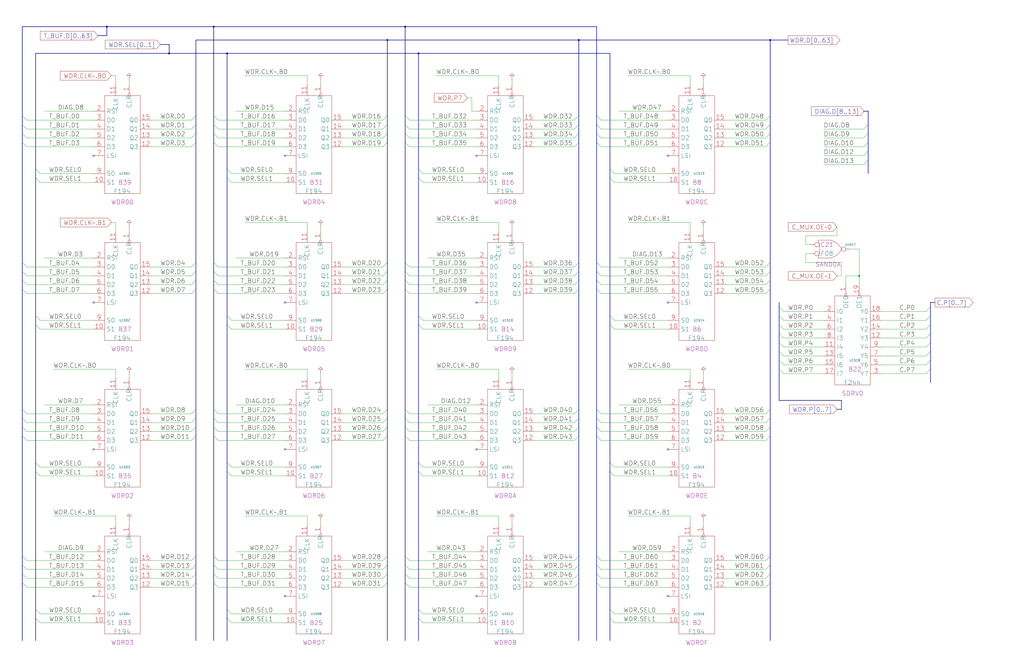
<source format=kicad_sch>
(kicad_sch (version 20250114) (generator "eeschema") (generator_version "9.0")
  (paper "User" 584.2 378.46)
  (title_block (title "WRITE DATA REGISTER\\nREGISTER ARRAY") (date "15-MAR-90") (rev "1.0") (comment 1 "TYPE") (comment 2 "232-003062") (comment 3 "S400") (comment 4 "RELEASED"))
  (junction (at 96.52 30.48))
  (junction (at 129.54 30.48))
  (junction (at 490.22 157.48))
  (junction (at 231.14 15.24))
  (junction (at 330.2 22.86))
  (junction (at 238.76 30.48))
  (junction (at 121.92 15.24))
  (junction (at 60.96 15.24))
  (junction (at 220.98 22.86))
  (junction (at 439.42 22.86))
  (no_connect (at 271.78 88.9))
  (no_connect (at 162.56 256.54))
  (no_connect (at 381 340.36))
  (no_connect (at 53.34 340.36))
  (no_connect (at 381 88.9))
  (no_connect (at 381 172.72))
  (no_connect (at 162.56 172.72))
  (no_connect (at 162.56 340.36))
  (no_connect (at 271.78 172.72))
  (no_connect (at 381 256.54))
  (no_connect (at 162.56 88.9))
  (no_connect (at 53.34 256.54))
  (no_connect (at 53.34 172.72))
  (no_connect (at 271.78 256.54))
  (no_connect (at 53.34 88.9))
  (no_connect (at 271.78 340.36))
  (bus_entry (at 12.7 248.92) (size 2.54 2.54))
  (bus_entry (at 231.14 233.68) (size 2.54 2.54))
  (bus_entry (at 340.36 81.28) (size 2.54 2.54))
  (bus_entry (at 444.5 190.5) (size 2.54 2.54))
  (bus_entry (at 121.92 327.66) (size 2.54 2.54))
  (bus_entry (at 220.98 233.68) (size -2.54 2.54))
  (bus_entry (at 220.98 66.04) (size -2.54 2.54))
  (bus_entry (at 111.76 238.76) (size -2.54 2.54))
  (bus_entry (at 330.2 154.94) (size -2.54 2.54))
  (bus_entry (at 231.14 76.2) (size 2.54 2.54))
  (bus_entry (at 495.3 76.2) (size -2.54 2.54))
  (bus_entry (at 347.98 264.16) (size 2.54 2.54))
  (bus_entry (at 340.36 238.76) (size 2.54 2.54))
  (bus_entry (at 340.36 332.74) (size 2.54 2.54))
  (bus_entry (at 231.14 149.86) (size 2.54 2.54))
  (bus_entry (at 121.92 71.12) (size 2.54 2.54))
  (bus_entry (at 330.2 160.02) (size -2.54 2.54))
  (bus_entry (at 231.14 71.12) (size 2.54 2.54))
  (bus_entry (at 530.86 195.58) (size -2.54 2.54))
  (bus_entry (at 129.54 269.24) (size 2.54 2.54))
  (bus_entry (at 439.42 233.68) (size -2.54 2.54))
  (bus_entry (at 330.2 165.1) (size -2.54 2.54))
  (bus_entry (at 121.92 243.84) (size 2.54 2.54))
  (bus_entry (at 439.42 160.02) (size -2.54 2.54))
  (bus_entry (at 238.76 185.42) (size 2.54 2.54))
  (bus_entry (at 330.2 322.58) (size -2.54 2.54))
  (bus_entry (at 444.5 200.66) (size 2.54 2.54))
  (bus_entry (at 444.5 185.42) (size 2.54 2.54))
  (bus_entry (at 439.42 248.92) (size -2.54 2.54))
  (bus_entry (at 231.14 66.04) (size 2.54 2.54))
  (bus_entry (at 111.76 165.1) (size -2.54 2.54))
  (bus_entry (at 439.42 149.86) (size -2.54 2.54))
  (bus_entry (at 495.3 91.44) (size -2.54 2.54))
  (bus_entry (at 12.7 238.76) (size 2.54 2.54))
  (bus_entry (at 330.2 71.12) (size -2.54 2.54))
  (bus_entry (at 444.5 210.82) (size 2.54 2.54))
  (bus_entry (at 495.3 81.28) (size -2.54 2.54))
  (bus_entry (at 12.7 154.94) (size 2.54 2.54))
  (bus_entry (at 111.76 160.02) (size -2.54 2.54))
  (bus_entry (at 340.36 248.92) (size 2.54 2.54))
  (bus_entry (at 121.92 332.74) (size 2.54 2.54))
  (bus_entry (at 439.42 154.94) (size -2.54 2.54))
  (bus_entry (at 231.14 243.84) (size 2.54 2.54))
  (bus_entry (at 220.98 238.76) (size -2.54 2.54))
  (bus_entry (at 340.36 76.2) (size 2.54 2.54))
  (bus_entry (at 111.76 327.66) (size -2.54 2.54))
  (bus_entry (at 111.76 243.84) (size -2.54 2.54))
  (bus_entry (at 220.98 317.5) (size -2.54 2.54))
  (bus_entry (at 330.2 248.92) (size -2.54 2.54))
  (bus_entry (at 12.7 149.86) (size 2.54 2.54))
  (bus_entry (at 12.7 243.84) (size 2.54 2.54))
  (bus_entry (at 231.14 154.94) (size 2.54 2.54))
  (bus_entry (at 231.14 248.92) (size 2.54 2.54))
  (bus_entry (at 231.14 238.76) (size 2.54 2.54))
  (bus_entry (at 220.98 149.86) (size -2.54 2.54))
  (bus_entry (at 330.2 317.5) (size -2.54 2.54))
  (bus_entry (at 20.32 347.98) (size 2.54 2.54))
  (bus_entry (at 340.36 322.58) (size 2.54 2.54))
  (bus_entry (at 340.36 327.66) (size 2.54 2.54))
  (bus_entry (at 330.2 327.66) (size -2.54 2.54))
  (bus_entry (at 220.98 248.92) (size -2.54 2.54))
  (bus_entry (at 231.14 317.5) (size 2.54 2.54))
  (bus_entry (at 20.32 185.42) (size 2.54 2.54))
  (bus_entry (at 121.92 66.04) (size 2.54 2.54))
  (bus_entry (at 111.76 71.12) (size -2.54 2.54))
  (bus_entry (at 439.42 238.76) (size -2.54 2.54))
  (bus_entry (at 330.2 149.86) (size -2.54 2.54))
  (bus_entry (at 20.32 264.16) (size 2.54 2.54))
  (bus_entry (at 20.32 96.52) (size 2.54 2.54))
  (bus_entry (at 439.42 243.84) (size -2.54 2.54))
  (bus_entry (at 121.92 160.02) (size 2.54 2.54))
  (bus_entry (at 121.92 81.28) (size 2.54 2.54))
  (bus_entry (at 111.76 66.04) (size -2.54 2.54))
  (bus_entry (at 444.5 180.34) (size 2.54 2.54))
  (bus_entry (at 20.32 180.34) (size 2.54 2.54))
  (bus_entry (at 111.76 233.68) (size -2.54 2.54))
  (bus_entry (at 340.36 71.12) (size 2.54 2.54))
  (bus_entry (at 439.42 332.74) (size -2.54 2.54))
  (bus_entry (at 530.86 210.82) (size -2.54 2.54))
  (bus_entry (at 220.98 76.2) (size -2.54 2.54))
  (bus_entry (at 111.76 81.28) (size -2.54 2.54))
  (bus_entry (at 444.5 195.58) (size 2.54 2.54))
  (bus_entry (at 439.42 71.12) (size -2.54 2.54))
  (bus_entry (at 220.98 154.94) (size -2.54 2.54))
  (bus_entry (at 439.42 76.2) (size -2.54 2.54))
  (bus_entry (at 238.76 269.24) (size 2.54 2.54))
  (bus_entry (at 12.7 233.68) (size 2.54 2.54))
  (bus_entry (at 111.76 248.92) (size -2.54 2.54))
  (bus_entry (at 121.92 317.5) (size 2.54 2.54))
  (bus_entry (at 121.92 76.2) (size 2.54 2.54))
  (bus_entry (at 330.2 332.74) (size -2.54 2.54))
  (bus_entry (at 111.76 332.74) (size -2.54 2.54))
  (bus_entry (at 129.54 264.16) (size 2.54 2.54))
  (bus_entry (at 530.86 200.66) (size -2.54 2.54))
  (bus_entry (at 444.5 175.26) (size 2.54 2.54))
  (bus_entry (at 12.7 71.12) (size 2.54 2.54))
  (bus_entry (at 330.2 66.04) (size -2.54 2.54))
  (bus_entry (at 530.86 175.26) (size -2.54 2.54))
  (bus_entry (at 220.98 243.84) (size -2.54 2.54))
  (bus_entry (at 121.92 238.76) (size 2.54 2.54))
  (bus_entry (at 111.76 154.94) (size -2.54 2.54))
  (bus_entry (at 530.86 185.42) (size -2.54 2.54))
  (bus_entry (at 231.14 327.66) (size 2.54 2.54))
  (bus_entry (at 347.98 347.98) (size 2.54 2.54))
  (bus_entry (at 238.76 347.98) (size 2.54 2.54))
  (bus_entry (at 231.14 332.74) (size 2.54 2.54))
  (bus_entry (at 129.54 353.06) (size 2.54 2.54))
  (bus_entry (at 231.14 160.02) (size 2.54 2.54))
  (bus_entry (at 220.98 327.66) (size -2.54 2.54))
  (bus_entry (at 340.36 243.84) (size 2.54 2.54))
  (bus_entry (at 238.76 96.52) (size 2.54 2.54))
  (bus_entry (at 238.76 264.16) (size 2.54 2.54))
  (bus_entry (at 439.42 317.5) (size -2.54 2.54))
  (bus_entry (at 439.42 322.58) (size -2.54 2.54))
  (bus_entry (at 238.76 101.6) (size 2.54 2.54))
  (bus_entry (at 12.7 160.02) (size 2.54 2.54))
  (bus_entry (at 129.54 101.6) (size 2.54 2.54))
  (bus_entry (at 238.76 180.34) (size 2.54 2.54))
  (bus_entry (at 129.54 185.42) (size 2.54 2.54))
  (bus_entry (at 495.3 71.12) (size -2.54 2.54))
  (bus_entry (at 12.7 66.04) (size 2.54 2.54))
  (bus_entry (at 340.36 149.86) (size 2.54 2.54))
  (bus_entry (at 220.98 165.1) (size -2.54 2.54))
  (bus_entry (at 220.98 81.28) (size -2.54 2.54))
  (bus_entry (at 121.92 149.86) (size 2.54 2.54))
  (bus_entry (at 439.42 165.1) (size -2.54 2.54))
  (bus_entry (at 220.98 322.58) (size -2.54 2.54))
  (bus_entry (at 347.98 185.42) (size 2.54 2.54))
  (bus_entry (at 340.36 165.1) (size 2.54 2.54))
  (bus_entry (at 121.92 233.68) (size 2.54 2.54))
  (bus_entry (at 231.14 165.1) (size 2.54 2.54))
  (bus_entry (at 129.54 180.34) (size 2.54 2.54))
  (bus_entry (at 347.98 353.06) (size 2.54 2.54))
  (bus_entry (at 340.36 66.04) (size 2.54 2.54))
  (bus_entry (at 439.42 66.04) (size -2.54 2.54))
  (bus_entry (at 340.36 233.68) (size 2.54 2.54))
  (bus_entry (at 330.2 238.76) (size -2.54 2.54))
  (bus_entry (at 231.14 322.58) (size 2.54 2.54))
  (bus_entry (at 347.98 101.6) (size 2.54 2.54))
  (bus_entry (at 12.7 317.5) (size 2.54 2.54))
  (bus_entry (at 20.32 269.24) (size 2.54 2.54))
  (bus_entry (at 444.5 205.74) (size 2.54 2.54))
  (bus_entry (at 129.54 347.98) (size 2.54 2.54))
  (bus_entry (at 347.98 269.24) (size 2.54 2.54))
  (bus_entry (at 121.92 248.92) (size 2.54 2.54))
  (bus_entry (at 220.98 71.12) (size -2.54 2.54))
  (bus_entry (at 12.7 165.1) (size 2.54 2.54))
  (bus_entry (at 20.32 353.06) (size 2.54 2.54))
  (bus_entry (at 121.92 165.1) (size 2.54 2.54))
  (bus_entry (at 12.7 327.66) (size 2.54 2.54))
  (bus_entry (at 12.7 322.58) (size 2.54 2.54))
  (bus_entry (at 439.42 81.28) (size -2.54 2.54))
  (bus_entry (at 330.2 243.84) (size -2.54 2.54))
  (bus_entry (at 530.86 180.34) (size -2.54 2.54))
  (bus_entry (at 347.98 180.34) (size 2.54 2.54))
  (bus_entry (at 121.92 322.58) (size 2.54 2.54))
  (bus_entry (at 111.76 317.5) (size -2.54 2.54))
  (bus_entry (at 111.76 149.86) (size -2.54 2.54))
  (bus_entry (at 111.76 322.58) (size -2.54 2.54))
  (bus_entry (at 12.7 81.28) (size 2.54 2.54))
  (bus_entry (at 340.36 317.5) (size 2.54 2.54))
  (bus_entry (at 530.86 205.74) (size -2.54 2.54))
  (bus_entry (at 220.98 332.74) (size -2.54 2.54))
  (bus_entry (at 129.54 96.52) (size 2.54 2.54))
  (bus_entry (at 530.86 190.5) (size -2.54 2.54))
  (bus_entry (at 12.7 76.2) (size 2.54 2.54))
  (bus_entry (at 330.2 233.68) (size -2.54 2.54))
  (bus_entry (at 340.36 154.94) (size 2.54 2.54))
  (bus_entry (at 12.7 332.74) (size 2.54 2.54))
  (bus_entry (at 231.14 81.28) (size 2.54 2.54))
  (bus_entry (at 111.76 76.2) (size -2.54 2.54))
  (bus_entry (at 347.98 96.52) (size 2.54 2.54))
  (bus_entry (at 330.2 76.2) (size -2.54 2.54))
  (bus_entry (at 340.36 160.02) (size 2.54 2.54))
  (bus_entry (at 121.92 154.94) (size 2.54 2.54))
  (bus_entry (at 330.2 81.28) (size -2.54 2.54))
  (bus_entry (at 238.76 353.06) (size 2.54 2.54))
  (bus_entry (at 220.98 160.02) (size -2.54 2.54))
  (bus_entry (at 439.42 327.66) (size -2.54 2.54))
  (bus_entry (at 495.3 86.36) (size -2.54 2.54))
  (bus_entry (at 20.32 101.6) (size 2.54 2.54))
  (bus (pts (xy 238.76 180.34) (xy 238.76 185.42)))
  (wire (pts (xy 25.4 147.32) (xy 53.34 147.32)))
  (wire (pts (xy 490.22 142.24) (xy 490.22 157.48)))
  (wire (pts (xy 124.46 152.4) (xy 162.56 152.4)))
  (wire (pts (xy 284.48 132.08) (xy 284.48 127)))
  (wire (pts (xy 86.36 83.82) (xy 109.22 83.82)))
  (bus (pts (xy 111.76 317.5) (xy 111.76 322.58)))
  (wire (pts (xy 447.04 213.36) (xy 469.9 213.36)))
  (wire (pts (xy 414.02 167.64) (xy 436.88 167.64)))
  (wire (pts (xy 342.9 325.12) (xy 381 325.12)))
  (bus (pts (xy 12.7 233.68) (xy 12.7 238.76)))
  (wire (pts (xy 25.4 231.14) (xy 53.34 231.14)))
  (bus (pts (xy 20.32 101.6) (xy 20.32 180.34)))
  (wire (pts (xy 134.62 63.5) (xy 162.56 63.5)))
  (wire (pts (xy 195.58 78.74) (xy 218.44 78.74)))
  (bus (pts (xy 20.32 96.52) (xy 20.32 101.6)))
  (bus (pts (xy 495.3 91.44) (xy 495.3 99.06)))
  (bus (pts (xy 495.3 71.12) (xy 495.3 76.2)))
  (bus (pts (xy 330.2 66.04) (xy 330.2 71.12)))
  (wire (pts (xy 22.86 266.7) (xy 53.34 266.7)))
  (bus (pts (xy 340.36 332.74) (xy 340.36 365.76)))
  (wire (pts (xy 195.58 251.46) (xy 218.44 251.46)))
  (bus (pts (xy 231.14 15.24) (xy 340.36 15.24)))
  (wire (pts (xy 414.02 68.58) (xy 436.88 68.58)))
  (wire (pts (xy 350.52 182.88) (xy 381 182.88)))
  (bus (pts (xy 121.92 248.92) (xy 121.92 317.5)))
  (bus (pts (xy 12.7 154.94) (xy 12.7 160.02)))
  (wire (pts (xy 241.3 99.06) (xy 271.78 99.06)))
  (wire (pts (xy 447.04 198.12) (xy 469.9 198.12)))
  (wire (pts (xy 477.52 157.48) (xy 480.06 157.48)))
  (wire (pts (xy 15.24 68.58) (xy 53.34 68.58)))
  (wire (pts (xy 342.9 330.2) (xy 381 330.2)))
  (bus (pts (xy 495.3 86.36) (xy 495.3 91.44)))
  (bus (pts (xy 111.76 160.02) (xy 111.76 165.1)))
  (bus (pts (xy 444.5 190.5) (xy 444.5 195.58)))
  (bus (pts (xy 111.76 22.86) (xy 220.98 22.86)))
  (wire (pts (xy 459.74 149.86) (xy 459.74 144.78)))
  (wire (pts (xy 86.36 330.2) (xy 109.22 330.2)))
  (wire (pts (xy 304.8 236.22) (xy 327.66 236.22)))
  (wire (pts (xy 342.9 236.22) (xy 381 236.22)))
  (bus (pts (xy 220.98 149.86) (xy 220.98 154.94)))
  (wire (pts (xy 132.08 355.6) (xy 162.56 355.6)))
  (bus (pts (xy 220.98 22.86) (xy 330.2 22.86)))
  (wire (pts (xy 233.68 320.04) (xy 271.78 320.04)))
  (wire (pts (xy 124.46 167.64) (xy 162.56 167.64)))
  (wire (pts (xy 292.1 129.54) (xy 292.1 132.08)))
  (bus (pts (xy 111.76 81.28) (xy 111.76 149.86)))
  (bus (pts (xy 231.14 238.76) (xy 231.14 243.84)))
  (bus (pts (xy 444.5 172.72) (xy 444.5 175.26)))
  (bus (pts (xy 340.36 160.02) (xy 340.36 165.1)))
  (wire (pts (xy 22.86 187.96) (xy 53.34 187.96)))
  (wire (pts (xy 15.24 246.38) (xy 53.34 246.38)))
  (wire (pts (xy 233.68 157.48) (xy 271.78 157.48)))
  (wire (pts (xy 304.8 167.64) (xy 327.66 167.64)))
  (bus (pts (xy 238.76 353.06) (xy 238.76 365.76)))
  (bus (pts (xy 330.2 154.94) (xy 330.2 160.02)))
  (wire (pts (xy 284.48 299.72) (xy 284.48 294.64)))
  (wire (pts (xy 195.58 68.58) (xy 218.44 68.58)))
  (wire (pts (xy 358.14 43.18) (xy 393.7 43.18)))
  (wire (pts (xy 447.04 193.04) (xy 469.9 193.04)))
  (wire (pts (xy 414.02 330.2) (xy 436.88 330.2)))
  (bus (pts (xy 129.54 264.16) (xy 129.54 269.24)))
  (bus (pts (xy 530.86 190.5) (xy 530.86 195.58)))
  (wire (pts (xy 124.46 83.82) (xy 162.56 83.82)))
  (bus (pts (xy 238.76 347.98) (xy 238.76 353.06)))
  (bus (pts (xy 12.7 317.5) (xy 12.7 322.58)))
  (bus (pts (xy 129.54 30.48) (xy 238.76 30.48)))
  (wire (pts (xy 124.46 251.46) (xy 162.56 251.46)))
  (wire (pts (xy 132.08 350.52) (xy 162.56 350.52)))
  (wire (pts (xy 304.8 68.58) (xy 327.66 68.58)))
  (bus (pts (xy 347.98 347.98) (xy 347.98 353.06)))
  (bus (pts (xy 121.92 332.74) (xy 121.92 365.76)))
  (wire (pts (xy 15.24 251.46) (xy 53.34 251.46)))
  (wire (pts (xy 241.3 350.52) (xy 271.78 350.52)))
  (wire (pts (xy 401.32 297.18) (xy 401.32 299.72)))
  (wire (pts (xy 502.92 213.36) (xy 528.32 213.36)))
  (wire (pts (xy 86.36 152.4) (xy 109.22 152.4)))
  (bus (pts (xy 111.76 66.04) (xy 111.76 71.12)))
  (bus (pts (xy 121.92 76.2) (xy 121.92 81.28)))
  (wire (pts (xy 63.5 43.18) (xy 66.04 43.18)))
  (bus (pts (xy 347.98 96.52) (xy 347.98 101.6)))
  (bus (pts (xy 111.76 238.76) (xy 111.76 243.84)))
  (bus (pts (xy 238.76 185.42) (xy 238.76 264.16)))
  (wire (pts (xy 124.46 325.12) (xy 162.56 325.12)))
  (wire (pts (xy 233.68 78.74) (xy 271.78 78.74)))
  (wire (pts (xy 22.86 182.88) (xy 53.34 182.88)))
  (wire (pts (xy 86.36 236.22) (xy 109.22 236.22)))
  (wire (pts (xy 25.4 63.5) (xy 53.34 63.5)))
  (wire (pts (xy 266.7 55.88) (xy 269.24 55.88)))
  (bus (pts (xy 530.86 172.72) (xy 533.4 172.72)))
  (bus (pts (xy 20.32 269.24) (xy 20.32 347.98)))
  (wire (pts (xy 175.26 48.26) (xy 175.26 43.18)))
  (wire (pts (xy 132.08 187.96) (xy 162.56 187.96)))
  (wire (pts (xy 86.36 68.58) (xy 109.22 68.58)))
  (bus (pts (xy 231.14 243.84) (xy 231.14 248.92)))
  (wire (pts (xy 175.26 299.72) (xy 175.26 294.64)))
  (bus (pts (xy 444.5 210.82) (xy 444.5 228.6)))
  (wire (pts (xy 15.24 162.56) (xy 53.34 162.56)))
  (wire (pts (xy 124.46 78.74) (xy 162.56 78.74)))
  (bus (pts (xy 530.86 175.26) (xy 530.86 180.34)))
  (bus (pts (xy 129.54 101.6) (xy 129.54 180.34)))
  (wire (pts (xy 292.1 213.36) (xy 292.1 215.9)))
  (wire (pts (xy 139.7 210.82) (xy 175.26 210.82)))
  (wire (pts (xy 195.58 330.2) (xy 218.44 330.2)))
  (wire (pts (xy 73.66 297.18) (xy 73.66 299.72)))
  (wire (pts (xy 175.26 132.08) (xy 175.26 127)))
  (bus (pts (xy 220.98 248.92) (xy 220.98 317.5)))
  (wire (pts (xy 233.68 83.82) (xy 271.78 83.82)))
  (wire (pts (xy 182.88 129.54) (xy 182.88 132.08)))
  (wire (pts (xy 243.84 147.32) (xy 271.78 147.32)))
  (bus (pts (xy 111.76 322.58) (xy 111.76 327.66)))
  (bus (pts (xy 530.86 205.74) (xy 530.86 210.82)))
  (wire (pts (xy 401.32 129.54) (xy 401.32 132.08)))
  (wire (pts (xy 124.46 246.38) (xy 162.56 246.38)))
  (bus (pts (xy 129.54 180.34) (xy 129.54 185.42)))
  (bus (pts (xy 439.42 71.12) (xy 439.42 76.2)))
  (wire (pts (xy 195.58 83.82) (xy 218.44 83.82)))
  (wire (pts (xy 342.9 320.04) (xy 381 320.04)))
  (bus (pts (xy 111.76 149.86) (xy 111.76 154.94)))
  (wire (pts (xy 139.7 127) (xy 175.26 127)))
  (wire (pts (xy 248.92 294.64) (xy 284.48 294.64)))
  (bus (pts (xy 231.14 332.74) (xy 231.14 365.76)))
  (bus (pts (xy 12.7 165.1) (xy 12.7 233.68)))
  (wire (pts (xy 73.66 213.36) (xy 73.66 215.9)))
  (wire (pts (xy 342.9 167.64) (xy 381 167.64)))
  (wire (pts (xy 414.02 83.82) (xy 436.88 83.82)))
  (bus (pts (xy 220.98 165.1) (xy 220.98 233.68)))
  (bus (pts (xy 60.96 15.24) (xy 121.92 15.24)))
  (bus (pts (xy 220.98 233.68) (xy 220.98 238.76)))
  (wire (pts (xy 15.24 330.2) (xy 53.34 330.2)))
  (wire (pts (xy 15.24 73.66) (xy 53.34 73.66)))
  (wire (pts (xy 134.62 147.32) (xy 162.56 147.32)))
  (bus (pts (xy 330.2 22.86) (xy 330.2 66.04)))
  (bus (pts (xy 12.7 332.74) (xy 12.7 365.76)))
  (wire (pts (xy 342.9 68.58) (xy 381 68.58)))
  (wire (pts (xy 86.36 320.04) (xy 109.22 320.04)))
  (wire (pts (xy 66.04 132.08) (xy 66.04 127)))
  (wire (pts (xy 342.9 251.46) (xy 381 251.46)))
  (wire (pts (xy 241.3 187.96) (xy 271.78 187.96)))
  (wire (pts (xy 459.74 139.7) (xy 462.28 139.7)))
  (bus (pts (xy 439.42 317.5) (xy 439.42 322.58)))
  (wire (pts (xy 350.52 266.7) (xy 381 266.7)))
  (wire (pts (xy 233.68 241.3) (xy 271.78 241.3)))
  (bus (pts (xy 330.2 165.1) (xy 330.2 233.68)))
  (wire (pts (xy 353.06 63.5) (xy 381 63.5)))
  (bus (pts (xy 12.7 76.2) (xy 12.7 81.28)))
  (bus (pts (xy 96.52 25.4) (xy 96.52 30.48)))
  (bus (pts (xy 347.98 269.24) (xy 347.98 347.98)))
  (wire (pts (xy 233.68 330.2) (xy 271.78 330.2)))
  (wire (pts (xy 304.8 157.48) (xy 327.66 157.48)))
  (wire (pts (xy 342.9 335.28) (xy 381 335.28)))
  (bus (pts (xy 330.2 317.5) (xy 330.2 322.58)))
  (bus (pts (xy 495.3 76.2) (xy 495.3 81.28)))
  (bus (pts (xy 444.5 200.66) (xy 444.5 205.74)))
  (wire (pts (xy 304.8 83.82) (xy 327.66 83.82)))
  (bus (pts (xy 231.14 154.94) (xy 231.14 160.02)))
  (wire (pts (xy 132.08 104.14) (xy 162.56 104.14)))
  (wire (pts (xy 25.4 314.96) (xy 53.34 314.96)))
  (wire (pts (xy 342.9 73.66) (xy 381 73.66)))
  (bus (pts (xy 495.3 63.5) (xy 495.3 71.12)))
  (bus (pts (xy 340.36 243.84) (xy 340.36 248.92)))
  (wire (pts (xy 182.88 297.18) (xy 182.88 299.72)))
  (wire (pts (xy 353.06 314.96) (xy 381 314.96)))
  (wire (pts (xy 124.46 320.04) (xy 162.56 320.04)))
  (wire (pts (xy 66.04 48.26) (xy 66.04 43.18)))
  (wire (pts (xy 22.86 355.6) (xy 53.34 355.6)))
  (bus (pts (xy 220.98 322.58) (xy 220.98 327.66)))
  (wire (pts (xy 459.74 134.62) (xy 459.74 139.7)))
  (wire (pts (xy 195.58 162.56) (xy 218.44 162.56)))
  (wire (pts (xy 304.8 251.46) (xy 327.66 251.46)))
  (bus (pts (xy 340.36 81.28) (xy 340.36 149.86)))
  (wire (pts (xy 124.46 236.22) (xy 162.56 236.22)))
  (bus (pts (xy 111.76 332.74) (xy 111.76 365.76)))
  (bus (pts (xy 330.2 160.02) (xy 330.2 165.1)))
  (bus (pts (xy 439.42 22.86) (xy 439.42 66.04)))
  (bus (pts (xy 12.7 15.24) (xy 12.7 66.04)))
  (wire (pts (xy 15.24 335.28) (xy 53.34 335.28)))
  (bus (pts (xy 439.42 332.74) (xy 439.42 365.76)))
  (wire (pts (xy 132.08 271.78) (xy 162.56 271.78)))
  (bus (pts (xy 129.54 30.48) (xy 129.54 96.52)))
  (bus (pts (xy 121.92 81.28) (xy 121.92 149.86)))
  (wire (pts (xy 447.04 177.8) (xy 469.9 177.8)))
  (bus (pts (xy 330.2 322.58) (xy 330.2 327.66)))
  (wire (pts (xy 132.08 182.88) (xy 162.56 182.88)))
  (wire (pts (xy 86.36 167.64) (xy 109.22 167.64)))
  (wire (pts (xy 304.8 73.66) (xy 327.66 73.66)))
  (wire (pts (xy 350.52 187.96) (xy 381 187.96)))
  (bus (pts (xy 439.42 81.28) (xy 439.42 149.86)))
  (wire (pts (xy 414.02 241.3) (xy 436.88 241.3)))
  (bus (pts (xy 439.42 322.58) (xy 439.42 327.66)))
  (wire (pts (xy 304.8 246.38) (xy 327.66 246.38)))
  (wire (pts (xy 241.3 271.78) (xy 271.78 271.78)))
  (wire (pts (xy 86.36 73.66) (xy 109.22 73.66)))
  (bus (pts (xy 55.88 20.32) (xy 60.96 20.32)))
  (wire (pts (xy 124.46 330.2) (xy 162.56 330.2)))
  (wire (pts (xy 22.86 99.06) (xy 53.34 99.06)))
  (wire (pts (xy 195.58 236.22) (xy 218.44 236.22)))
  (wire (pts (xy 195.58 325.12) (xy 218.44 325.12)))
  (wire (pts (xy 414.02 325.12) (xy 436.88 325.12)))
  (bus (pts (xy 340.36 71.12) (xy 340.36 76.2)))
  (bus (pts (xy 439.42 22.86) (xy 449.58 22.86)))
  (wire (pts (xy 350.52 355.6) (xy 381 355.6)))
  (wire (pts (xy 342.9 157.48) (xy 381 157.48)))
  (bus (pts (xy 20.32 353.06) (xy 20.32 365.76)))
  (wire (pts (xy 182.88 213.36) (xy 182.88 215.9)))
  (bus (pts (xy 347.98 180.34) (xy 347.98 185.42)))
  (wire (pts (xy 469.9 88.9) (xy 492.76 88.9)))
  (bus (pts (xy 439.42 238.76) (xy 439.42 243.84)))
  (wire (pts (xy 482.6 162.56) (xy 482.6 157.48)))
  (wire (pts (xy 304.8 241.3) (xy 327.66 241.3)))
  (bus (pts (xy 231.14 322.58) (xy 231.14 327.66)))
  (bus (pts (xy 121.92 243.84) (xy 121.92 248.92)))
  (wire (pts (xy 124.46 241.3) (xy 162.56 241.3)))
  (wire (pts (xy 195.58 320.04) (xy 218.44 320.04)))
  (wire (pts (xy 15.24 152.4) (xy 53.34 152.4)))
  (bus (pts (xy 330.2 71.12) (xy 330.2 76.2)))
  (wire (pts (xy 248.92 127) (xy 284.48 127)))
  (wire (pts (xy 86.36 157.48) (xy 109.22 157.48)))
  (wire (pts (xy 342.9 246.38) (xy 381 246.38)))
  (wire (pts (xy 233.68 68.58) (xy 271.78 68.58)))
  (bus (pts (xy 111.76 71.12) (xy 111.76 76.2)))
  (wire (pts (xy 195.58 246.38) (xy 218.44 246.38)))
  (wire (pts (xy 86.36 162.56) (xy 109.22 162.56)))
  (wire (pts (xy 469.9 73.66) (xy 492.76 73.66)))
  (bus (pts (xy 231.14 165.1) (xy 231.14 233.68)))
  (wire (pts (xy 502.92 187.96) (xy 528.32 187.96)))
  (bus (pts (xy 231.14 71.12) (xy 231.14 76.2)))
  (bus (pts (xy 121.92 15.24) (xy 121.92 66.04)))
  (wire (pts (xy 353.06 231.14) (xy 381 231.14)))
  (bus (pts (xy 220.98 154.94) (xy 220.98 160.02)))
  (wire (pts (xy 15.24 78.74) (xy 53.34 78.74)))
  (wire (pts (xy 241.3 355.6) (xy 271.78 355.6)))
  (wire (pts (xy 243.84 231.14) (xy 271.78 231.14)))
  (wire (pts (xy 22.86 104.14) (xy 53.34 104.14)))
  (bus (pts (xy 439.42 327.66) (xy 439.42 332.74)))
  (wire (pts (xy 350.52 99.06) (xy 381 99.06)))
  (wire (pts (xy 86.36 251.46) (xy 109.22 251.46)))
  (bus (pts (xy 111.76 165.1) (xy 111.76 233.68)))
  (wire (pts (xy 477.52 129.54) (xy 477.52 134.62)))
  (wire (pts (xy 485.14 142.24) (xy 490.22 142.24)))
  (bus (pts (xy 129.54 96.52) (xy 129.54 101.6)))
  (wire (pts (xy 139.7 294.64) (xy 175.26 294.64)))
  (wire (pts (xy 243.84 314.96) (xy 271.78 314.96)))
  (wire (pts (xy 30.48 210.82) (xy 66.04 210.82)))
  (wire (pts (xy 480.06 149.86) (xy 459.74 149.86)))
  (bus (pts (xy 444.5 205.74) (xy 444.5 210.82)))
  (bus (pts (xy 121.92 165.1) (xy 121.92 233.68)))
  (bus (pts (xy 20.32 30.48) (xy 96.52 30.48)))
  (bus (pts (xy 12.7 15.24) (xy 60.96 15.24)))
  (wire (pts (xy 502.92 203.2) (xy 528.32 203.2)))
  (wire (pts (xy 15.24 325.12) (xy 53.34 325.12)))
  (bus (pts (xy 340.36 317.5) (xy 340.36 322.58)))
  (wire (pts (xy 393.7 48.26) (xy 393.7 43.18)))
  (bus (pts (xy 330.2 22.86) (xy 439.42 22.86)))
  (bus (pts (xy 231.14 160.02) (xy 231.14 165.1)))
  (bus (pts (xy 121.92 322.58) (xy 121.92 327.66)))
  (wire (pts (xy 195.58 335.28) (xy 218.44 335.28)))
  (wire (pts (xy 195.58 167.64) (xy 218.44 167.64)))
  (bus (pts (xy 530.86 200.66) (xy 530.86 205.74)))
  (wire (pts (xy 393.7 132.08) (xy 393.7 127)))
  (wire (pts (xy 292.1 45.72) (xy 292.1 48.26)))
  (wire (pts (xy 233.68 167.64) (xy 271.78 167.64)))
  (wire (pts (xy 15.24 241.3) (xy 53.34 241.3)))
  (wire (pts (xy 401.32 45.72) (xy 401.32 48.26)))
  (bus (pts (xy 121.92 71.12) (xy 121.92 76.2)))
  (bus (pts (xy 111.76 154.94) (xy 111.76 160.02)))
  (bus (pts (xy 330.2 248.92) (xy 330.2 317.5)))
  (wire (pts (xy 248.92 210.82) (xy 284.48 210.82)))
  (wire (pts (xy 358.14 210.82) (xy 393.7 210.82)))
  (bus (pts (xy 12.7 322.58) (xy 12.7 327.66)))
  (bus (pts (xy 121.92 160.02) (xy 121.92 165.1)))
  (bus (pts (xy 439.42 233.68) (xy 439.42 238.76)))
  (bus (pts (xy 231.14 327.66) (xy 231.14 332.74)))
  (bus (pts (xy 530.86 210.82) (xy 530.86 218.44)))
  (bus (pts (xy 330.2 327.66) (xy 330.2 332.74)))
  (wire (pts (xy 86.36 241.3) (xy 109.22 241.3)))
  (bus (pts (xy 330.2 149.86) (xy 330.2 154.94)))
  (bus (pts (xy 439.42 243.84) (xy 439.42 248.92)))
  (bus (pts (xy 347.98 30.48) (xy 347.98 96.52)))
  (bus (pts (xy 444.5 195.58) (xy 444.5 200.66)))
  (wire (pts (xy 350.52 271.78) (xy 381 271.78)))
  (bus (pts (xy 444.5 185.42) (xy 444.5 190.5)))
  (wire (pts (xy 459.74 144.78) (xy 462.28 144.78)))
  (wire (pts (xy 233.68 251.46) (xy 271.78 251.46)))
  (wire (pts (xy 86.36 246.38) (xy 109.22 246.38)))
  (bus (pts (xy 330.2 238.76) (xy 330.2 243.84)))
  (wire (pts (xy 401.32 213.36) (xy 401.32 215.9)))
  (bus (pts (xy 330.2 233.68) (xy 330.2 238.76)))
  (bus (pts (xy 231.14 66.04) (xy 231.14 71.12)))
  (wire (pts (xy 86.36 78.74) (xy 109.22 78.74)))
  (bus (pts (xy 340.36 327.66) (xy 340.36 332.74)))
  (wire (pts (xy 241.3 182.88) (xy 271.78 182.88)))
  (bus (pts (xy 20.32 30.48) (xy 20.32 96.52)))
  (wire (pts (xy 414.02 157.48) (xy 436.88 157.48)))
  (wire (pts (xy 469.9 83.82) (xy 492.76 83.82)))
  (bus (pts (xy 12.7 71.12) (xy 12.7 76.2)))
  (wire (pts (xy 414.02 78.74) (xy 436.88 78.74)))
  (bus (pts (xy 121.92 66.04) (xy 121.92 71.12)))
  (bus (pts (xy 111.76 248.92) (xy 111.76 317.5)))
  (wire (pts (xy 414.02 246.38) (xy 436.88 246.38)))
  (bus (pts (xy 220.98 327.66) (xy 220.98 332.74)))
  (wire (pts (xy 73.66 129.54) (xy 73.66 132.08)))
  (bus (pts (xy 444.5 175.26) (xy 444.5 180.34)))
  (wire (pts (xy 342.9 162.56) (xy 381 162.56)))
  (bus (pts (xy 238.76 96.52) (xy 238.76 101.6)))
  (wire (pts (xy 15.24 320.04) (xy 53.34 320.04)))
  (bus (pts (xy 444.5 180.34) (xy 444.5 185.42)))
  (bus (pts (xy 439.42 154.94) (xy 439.42 160.02)))
  (wire (pts (xy 502.92 198.12) (xy 528.32 198.12)))
  (bus (pts (xy 12.7 243.84) (xy 12.7 248.92)))
  (bus (pts (xy 129.54 185.42) (xy 129.54 264.16)))
  (bus (pts (xy 439.42 149.86) (xy 439.42 154.94)))
  (bus (pts (xy 129.54 353.06) (xy 129.54 365.76)))
  (wire (pts (xy 233.68 162.56) (xy 271.78 162.56)))
  (bus (pts (xy 220.98 66.04) (xy 220.98 71.12)))
  (wire (pts (xy 132.08 99.06) (xy 162.56 99.06)))
  (wire (pts (xy 182.88 45.72) (xy 182.88 48.26)))
  (wire (pts (xy 414.02 251.46) (xy 436.88 251.46)))
  (bus (pts (xy 231.14 81.28) (xy 231.14 149.86)))
  (wire (pts (xy 124.46 73.66) (xy 162.56 73.66)))
  (bus (pts (xy 495.3 81.28) (xy 495.3 86.36)))
  (bus (pts (xy 340.36 233.68) (xy 340.36 238.76)))
  (wire (pts (xy 134.62 314.96) (xy 162.56 314.96)))
  (bus (pts (xy 121.92 317.5) (xy 121.92 322.58)))
  (bus (pts (xy 530.86 185.42) (xy 530.86 190.5)))
  (bus (pts (xy 12.7 238.76) (xy 12.7 243.84)))
  (bus (pts (xy 12.7 248.92) (xy 12.7 317.5)))
  (wire (pts (xy 447.04 187.96) (xy 469.9 187.96)))
  (bus (pts (xy 439.42 248.92) (xy 439.42 317.5)))
  (bus (pts (xy 220.98 243.84) (xy 220.98 248.92)))
  (wire (pts (xy 469.9 78.74) (xy 492.76 78.74)))
  (bus (pts (xy 121.92 154.94) (xy 121.92 160.02)))
  (wire (pts (xy 195.58 152.4) (xy 218.44 152.4)))
  (bus (pts (xy 347.98 264.16) (xy 347.98 269.24)))
  (wire (pts (xy 414.02 162.56) (xy 436.88 162.56)))
  (bus (pts (xy 12.7 81.28) (xy 12.7 149.86)))
  (wire (pts (xy 304.8 320.04) (xy 327.66 320.04)))
  (bus (pts (xy 111.76 327.66) (xy 111.76 332.74)))
  (wire (pts (xy 233.68 246.38) (xy 271.78 246.38)))
  (wire (pts (xy 480.06 157.48) (xy 480.06 149.86)))
  (wire (pts (xy 502.92 177.8) (xy 528.32 177.8)))
  (bus (pts (xy 12.7 66.04) (xy 12.7 71.12)))
  (wire (pts (xy 477.52 134.62) (xy 459.74 134.62)))
  (wire (pts (xy 195.58 73.66) (xy 218.44 73.66)))
  (wire (pts (xy 469.9 93.98) (xy 492.76 93.98)))
  (wire (pts (xy 241.3 104.14) (xy 271.78 104.14)))
  (bus (pts (xy 330.2 332.74) (xy 330.2 365.76)))
  (bus (pts (xy 220.98 332.74) (xy 220.98 365.76)))
  (wire (pts (xy 358.14 294.64) (xy 393.7 294.64)))
  (wire (pts (xy 342.9 83.82) (xy 381 83.82)))
  (wire (pts (xy 233.68 152.4) (xy 271.78 152.4)))
  (wire (pts (xy 414.02 152.4) (xy 436.88 152.4)))
  (wire (pts (xy 30.48 294.64) (xy 66.04 294.64)))
  (bus (pts (xy 231.14 76.2) (xy 231.14 81.28)))
  (bus (pts (xy 340.36 76.2) (xy 340.36 81.28)))
  (wire (pts (xy 292.1 297.18) (xy 292.1 299.72)))
  (bus (pts (xy 20.32 264.16) (xy 20.32 269.24)))
  (bus (pts (xy 220.98 76.2) (xy 220.98 81.28)))
  (bus (pts (xy 121.92 15.24) (xy 231.14 15.24)))
  (bus (pts (xy 20.32 180.34) (xy 20.32 185.42)))
  (wire (pts (xy 284.48 48.26) (xy 284.48 43.18)))
  (wire (pts (xy 350.52 104.14) (xy 381 104.14)))
  (wire (pts (xy 15.24 83.82) (xy 53.34 83.82)))
  (wire (pts (xy 358.14 127) (xy 393.7 127)))
  (bus (pts (xy 129.54 347.98) (xy 129.54 353.06)))
  (wire (pts (xy 304.8 78.74) (xy 327.66 78.74)))
  (wire (pts (xy 350.52 350.52) (xy 381 350.52)))
  (bus (pts (xy 439.42 165.1) (xy 439.42 233.68)))
  (bus (pts (xy 111.76 22.86) (xy 111.76 66.04)))
  (bus (pts (xy 340.36 15.24) (xy 340.36 66.04)))
  (bus (pts (xy 20.32 185.42) (xy 20.32 264.16)))
  (bus (pts (xy 347.98 185.42) (xy 347.98 264.16)))
  (bus (pts (xy 530.86 172.72) (xy 530.86 175.26)))
  (wire (pts (xy 304.8 330.2) (xy 327.66 330.2)))
  (wire (pts (xy 353.06 147.32) (xy 381 147.32)))
  (bus (pts (xy 347.98 353.06) (xy 347.98 365.76)))
  (bus (pts (xy 480.06 233.68) (xy 480.06 228.6)))
  (bus (pts (xy 238.76 264.16) (xy 238.76 269.24)))
  (bus (pts (xy 480.06 228.6) (xy 444.5 228.6)))
  (bus (pts (xy 20.32 347.98) (xy 20.32 353.06)))
  (wire (pts (xy 342.9 78.74) (xy 381 78.74)))
  (bus (pts (xy 340.36 248.92) (xy 340.36 317.5)))
  (bus (pts (xy 340.36 149.86) (xy 340.36 154.94)))
  (bus (pts (xy 231.14 317.5) (xy 231.14 322.58)))
  (wire (pts (xy 86.36 325.12) (xy 109.22 325.12)))
  (bus (pts (xy 12.7 160.02) (xy 12.7 165.1)))
  (wire (pts (xy 269.24 63.5) (xy 271.78 63.5)))
  (wire (pts (xy 233.68 73.66) (xy 271.78 73.66)))
  (wire (pts (xy 414.02 335.28) (xy 436.88 335.28)))
  (bus (pts (xy 492.76 63.5) (xy 495.3 63.5)))
  (bus (pts (xy 231.14 15.24) (xy 231.14 66.04)))
  (wire (pts (xy 22.86 350.52) (xy 53.34 350.52)))
  (bus (pts (xy 330.2 81.28) (xy 330.2 149.86)))
  (wire (pts (xy 22.86 271.78) (xy 53.34 271.78)))
  (wire (pts (xy 414.02 236.22) (xy 436.88 236.22)))
  (wire (pts (xy 414.02 320.04) (xy 436.88 320.04)))
  (wire (pts (xy 241.3 266.7) (xy 271.78 266.7)))
  (wire (pts (xy 15.24 236.22) (xy 53.34 236.22)))
  (bus (pts (xy 477.52 233.68) (xy 480.06 233.68)))
  (wire (pts (xy 124.46 335.28) (xy 162.56 335.28)))
  (wire (pts (xy 482.6 157.48) (xy 490.22 157.48)))
  (wire (pts (xy 233.68 325.12) (xy 271.78 325.12)))
  (bus (pts (xy 231.14 233.68) (xy 231.14 238.76)))
  (wire (pts (xy 269.24 55.88) (xy 269.24 63.5)))
  (bus (pts (xy 439.42 66.04) (xy 439.42 71.12)))
  (bus (pts (xy 220.98 22.86) (xy 220.98 66.04)))
  (bus (pts (xy 220.98 317.5) (xy 220.98 322.58)))
  (bus (pts (xy 96.52 30.48) (xy 129.54 30.48)))
  (bus (pts (xy 121.92 238.76) (xy 121.92 243.84)))
  (wire (pts (xy 233.68 236.22) (xy 271.78 236.22)))
  (wire (pts (xy 124.46 162.56) (xy 162.56 162.56)))
  (bus (pts (xy 111.76 76.2) (xy 111.76 81.28)))
  (bus (pts (xy 129.54 269.24) (xy 129.54 347.98)))
  (wire (pts (xy 284.48 215.9) (xy 284.48 210.82)))
  (wire (pts (xy 304.8 152.4) (xy 327.66 152.4)))
  (bus (pts (xy 439.42 76.2) (xy 439.42 81.28)))
  (bus (pts (xy 238.76 30.48) (xy 238.76 96.52)))
  (bus (pts (xy 340.36 165.1) (xy 340.36 233.68)))
  (bus (pts (xy 238.76 30.48) (xy 347.98 30.48)))
  (wire (pts (xy 86.36 335.28) (xy 109.22 335.28)))
  (bus (pts (xy 121.92 233.68) (xy 121.92 238.76)))
  (wire (pts (xy 233.68 335.28) (xy 271.78 335.28)))
  (bus (pts (xy 220.98 238.76) (xy 220.98 243.84)))
  (wire (pts (xy 447.04 182.88) (xy 469.9 182.88)))
  (wire (pts (xy 15.24 157.48) (xy 53.34 157.48)))
  (wire (pts (xy 304.8 335.28) (xy 327.66 335.28)))
  (wire (pts (xy 124.46 157.48) (xy 162.56 157.48)))
  (wire (pts (xy 248.92 43.18) (xy 284.48 43.18)))
  (wire (pts (xy 195.58 157.48) (xy 218.44 157.48)))
  (bus (pts (xy 340.36 238.76) (xy 340.36 243.84)))
  (wire (pts (xy 393.7 215.9) (xy 393.7 210.82)))
  (wire (pts (xy 139.7 43.18) (xy 175.26 43.18)))
  (wire (pts (xy 15.24 167.64) (xy 53.34 167.64)))
  (wire (pts (xy 502.92 208.28) (xy 528.32 208.28)))
  (wire (pts (xy 342.9 152.4) (xy 381 152.4)))
  (wire (pts (xy 63.5 127) (xy 66.04 127)))
  (wire (pts (xy 73.66 45.72) (xy 73.66 48.26)))
  (bus (pts (xy 530.86 195.58) (xy 530.86 200.66)))
  (wire (pts (xy 490.22 157.48) (xy 490.22 162.56)))
  (bus (pts (xy 121.92 327.66) (xy 121.92 332.74)))
  (wire (pts (xy 124.46 68.58) (xy 162.56 68.58)))
  (wire (pts (xy 393.7 299.72) (xy 393.7 294.64)))
  (bus (pts (xy 238.76 101.6) (xy 238.76 180.34)))
  (wire (pts (xy 304.8 325.12) (xy 327.66 325.12)))
  (bus (pts (xy 340.36 154.94) (xy 340.36 160.02)))
  (bus (pts (xy 347.98 101.6) (xy 347.98 180.34)))
  (bus (pts (xy 231.14 149.86) (xy 231.14 154.94)))
  (wire (pts (xy 134.62 231.14) (xy 162.56 231.14)))
  (bus (pts (xy 238.76 269.24) (xy 238.76 347.98)))
  (bus (pts (xy 12.7 149.86) (xy 12.7 154.94)))
  (bus (pts (xy 111.76 243.84) (xy 111.76 248.92)))
  (bus (pts (xy 340.36 66.04) (xy 340.36 71.12)))
  (bus (pts (xy 220.98 81.28) (xy 220.98 149.86)))
  (bus (pts (xy 220.98 160.02) (xy 220.98 165.1)))
  (wire (pts (xy 175.26 215.9) (xy 175.26 210.82)))
  (wire (pts (xy 502.92 193.04) (xy 528.32 193.04)))
  (wire (pts (xy 502.92 182.88) (xy 528.32 182.88)))
  (wire (pts (xy 447.04 203.2) (xy 469.9 203.2)))
  (wire (pts (xy 447.04 208.28) (xy 469.9 208.28)))
  (bus (pts (xy 12.7 327.66) (xy 12.7 332.74)))
  (wire (pts (xy 342.9 241.3) (xy 381 241.3)))
  (wire (pts (xy 414.02 73.66) (xy 436.88 73.66)))
  (bus (pts (xy 91.44 25.4) (xy 96.52 25.4)))
  (bus (pts (xy 530.86 180.34) (xy 530.86 185.42)))
  (wire (pts (xy 66.04 299.72) (xy 66.04 294.64)))
  (wire (pts (xy 304.8 162.56) (xy 327.66 162.56)))
  (bus (pts (xy 439.42 160.02) (xy 439.42 165.1)))
  (wire (pts (xy 195.58 241.3) (xy 218.44 241.3)))
  (bus (pts (xy 330.2 243.84) (xy 330.2 248.92)))
  (bus (pts (xy 330.2 76.2) (xy 330.2 81.28)))
  (bus (pts (xy 220.98 71.12) (xy 220.98 76.2)))
  (bus (pts (xy 231.14 248.92) (xy 231.14 317.5)))
  (bus (pts (xy 121.92 149.86) (xy 121.92 154.94)))
  (bus (pts (xy 340.36 322.58) (xy 340.36 327.66)))
  (bus (pts (xy 111.76 233.68) (xy 111.76 238.76)))
  (bus (pts (xy 60.96 20.32) (xy 60.96 15.24)))
  (wire (pts (xy 66.04 215.9) (xy 66.04 210.82)))
  (wire (pts (xy 132.08 266.7) (xy 162.56 266.7)))
  (label "T_BUF.D3" (at 27.94 83.82 0) (effects (font (size 2.54 2.54))))
  (label "WDR.D20" (at 200.66 152.4 0) (effects (font (size 2.54 2.54))))
  (label "WDR.D30" (at 200.66 330.2 0) (effects (font (size 2.54 2.54))))
  (label "DIAG.D12" (at 469.9 88.9 0) (effects (font (size 2.54 2.54))))
  (label "DIAG.D12" (at 251.46 231.14 0) (effects (font (size 2.54 2.54))))
  (label "WDR.CLK~.B1" (at 30.48 294.64 0) (effects (font (size 2.54 2.54))))
  (label "WDR.CLK~.B0" (at 358.14 43.18 0) (effects (font (size 2.54 2.54))))
  (label "WDR.D54" (at 419.1 162.56 0) (effects (font (size 2.54 2.54))))
  (label "WDR.D43" (at 248.92 314.96 0) (effects (font (size 2.54 2.54))))
  (label "WDR.SEL0" (at 27.94 99.06 0) (effects (font (size 2.54 2.54))))
  (label "WDR.SEL0" (at 246.38 99.06 0) (effects (font (size 2.54 2.54))))
  (label "WDR.D28" (at 200.66 320.04 0) (effects (font (size 2.54 2.54))))
  (label "T_BUF.D28" (at 137.16 320.04 0) (effects (font (size 2.54 2.54))))
  (label "WDR.CLK~.B0" (at 30.48 210.82 0) (effects (font (size 2.54 2.54))))
  (label "WDR.D43" (at 309.88 251.46 0) (effects (font (size 2.54 2.54))))
  (label "DIAG.D10" (at 469.9 83.82 0) (effects (font (size 2.54 2.54))))
  (label "WDR.D62" (at 419.1 330.2 0) (effects (font (size 2.54 2.54))))
  (label "T_BUF.D43" (at 246.38 251.46 0) (effects (font (size 2.54 2.54))))
  (label "WDR.D58" (at 419.1 246.38 0) (effects (font (size 2.54 2.54))))
  (label "WDR.D19" (at 200.66 83.82 0) (effects (font (size 2.54 2.54))))
  (label "WDR.SEL1" (at 355.6 355.6 0) (effects (font (size 2.54 2.54))))
  (label "WDR.P0" (at 449.58 177.8 0) (effects (font (size 2.54 2.54))))
  (label "T_BUF.D25" (at 137.16 241.3 0) (effects (font (size 2.54 2.54))))
  (label "WDR.SEL1" (at 246.38 187.96 0) (effects (font (size 2.54 2.54))))
  (label "T_BUF.D63" (at 355.6 335.28 0) (effects (font (size 2.54 2.54))))
  (label "T_BUF.D1" (at 27.94 73.66 0) (effects (font (size 2.54 2.54))))
  (label "WDR.D14" (at 91.44 330.2 0) (effects (font (size 2.54 2.54))))
  (label "WDR.D56" (at 419.1 236.22 0) (effects (font (size 2.54 2.54))))
  (label "C.P5" (at 513.08 203.2 0) (effects (font (size 2.54 2.54))))
  (label "WDR.D31" (at 200.66 335.28 0) (effects (font (size 2.54 2.54))))
  (label "T_BUF.D36" (at 246.38 152.4 0) (effects (font (size 2.54 2.54))))
  (label "T_BUF.D46" (at 246.38 330.2 0) (effects (font (size 2.54 2.54))))
  (label "WDR.SEL1" (at 27.94 187.96 0) (effects (font (size 2.54 2.54))))
  (label "WDR.SEL0" (at 355.6 99.06 0) (effects (font (size 2.54 2.54))))
  (label "T_BUF.D16" (at 137.16 68.58 0) (effects (font (size 2.54 2.54))))
  (label "T_BUF.D55" (at 355.6 167.64 0) (effects (font (size 2.54 2.54))))
  (label "WDR.SEL1" (at 246.38 355.6 0) (effects (font (size 2.54 2.54))))
  (label "T_BUF.D12" (at 27.94 320.04 0) (effects (font (size 2.54 2.54))))
  (label "WDR.D15" (at 139.7 63.5 0) (effects (font (size 2.54 2.54))))
  (label "T_BUF.D26" (at 137.16 246.38 0) (effects (font (size 2.54 2.54))))
  (label "WDR.D32" (at 309.88 68.58 0) (effects (font (size 2.54 2.54))))
  (label "T_BUF.D17" (at 137.16 73.66 0) (effects (font (size 2.54 2.54))))
  (label "WDR.D25" (at 200.66 241.3 0) (effects (font (size 2.54 2.54))))
  (label "WDR.CLK~.B1" (at 248.92 294.64 0) (effects (font (size 2.54 2.54))))
  (label "WDR.SEL1" (at 27.94 355.6 0) (effects (font (size 2.54 2.54))))
  (label "WDR.D24" (at 200.66 236.22 0) (effects (font (size 2.54 2.54))))
  (label "WDR.D39" (at 309.88 167.64 0) (effects (font (size 2.54 2.54))))
  (label "WDR.D26" (at 200.66 246.38 0) (effects (font (size 2.54 2.54))))
  (label "WDR.CLK~.B1" (at 139.7 294.64 0) (effects (font (size 2.54 2.54))))
  (label "T_BUF.D34" (at 246.38 78.74 0) (effects (font (size 2.54 2.54))))
  (label "T_BUF.D9" (at 27.94 241.3 0) (effects (font (size 2.54 2.54))))
  (label "WDR.SEL0" (at 246.38 266.7 0) (effects (font (size 2.54 2.54))))
  (label "WDR.SEL0" (at 137.16 99.06 0) (effects (font (size 2.54 2.54))))
  (label "T_BUF.D8" (at 27.94 236.22 0) (effects (font (size 2.54 2.54))))
  (label "WDR.CLK~.B0" (at 139.7 210.82 0) (effects (font (size 2.54 2.54))))
  (label "WDR.D22" (at 200.66 162.56 0) (effects (font (size 2.54 2.54))))
  (label "WDR.SEL1" (at 355.6 271.78 0) (effects (font (size 2.54 2.54))))
  (label "WDR.SEL0" (at 137.16 266.7 0) (effects (font (size 2.54 2.54))))
  (label "T_BUF.D21" (at 137.16 157.48 0) (effects (font (size 2.54 2.54))))
  (label "WDR.D7" (at 91.44 167.64 0) (effects (font (size 2.54 2.54))))
  (label "WDR.CLK~.B0" (at 248.92 210.82 0) (effects (font (size 2.54 2.54))))
  (label "WDR.P4" (at 449.58 198.12 0) (effects (font (size 2.54 2.54))))
  (label "WDR.P6" (at 449.58 208.28 0) (effects (font (size 2.54 2.54))))
  (label "WDR.SEL0" (at 27.94 266.7 0) (effects (font (size 2.54 2.54))))
  (label "WDR.D34" (at 309.88 78.74 0) (effects (font (size 2.54 2.54))))
  (label "WDR.CLK~.B1" (at 248.92 127 0) (effects (font (size 2.54 2.54))))
  (label "C.P1" (at 513.08 182.88 0) (effects (font (size 2.54 2.54))))
  (label "T_BUF.D0" (at 27.94 68.58 0) (effects (font (size 2.54 2.54))))
  (label "T_BUF.D18" (at 137.16 78.74 0) (effects (font (size 2.54 2.54))))
  (label "WDR.CLK~.B1" (at 139.7 127 0) (effects (font (size 2.54 2.54))))
  (label "WDR.CLK~.B1" (at 358.14 294.64 0) (effects (font (size 2.54 2.54))))
  (label "T_BUF.D33" (at 246.38 73.66 0) (effects (font (size 2.54 2.54))))
  (label "DIAG.D9" (at 33.02 314.96 0) (effects (font (size 2.54 2.54))))
  (label "WDR.SEL1" (at 137.16 104.14 0) (effects (font (size 2.54 2.54))))
  (label "WDR.D17" (at 200.66 73.66 0) (effects (font (size 2.54 2.54))))
  (label "T_BUF.D6" (at 27.94 162.56 0) (effects (font (size 2.54 2.54))))
  (label "DIAG.D8" (at 33.02 63.5 0) (effects (font (size 2.54 2.54))))
  (label "WDR.D6" (at 91.44 162.56 0) (effects (font (size 2.54 2.54))))
  (label "T_BUF.D29" (at 137.16 325.12 0) (effects (font (size 2.54 2.54))))
  (label "WDR.D3" (at 91.44 83.82 0) (effects (font (size 2.54 2.54))))
  (label "T_BUF.D10" (at 27.94 246.38 0) (effects (font (size 2.54 2.54))))
  (label "WDR.D35" (at 309.88 83.82 0) (effects (font (size 2.54 2.54))))
  (label "WDR.D61" (at 419.1 325.12 0) (effects (font (size 2.54 2.54))))
  (label "T_BUF.D15" (at 27.94 335.28 0) (effects (font (size 2.54 2.54))))
  (label "WDR.SEL1" (at 355.6 187.96 0) (effects (font (size 2.54 2.54))))
  (label "T_BUF.D60" (at 355.6 320.04 0) (effects (font (size 2.54 2.54))))
  (label "WDR.D12" (at 91.44 320.04 0) (effects (font (size 2.54 2.54))))
  (label "T_BUF.D57" (at 355.6 241.3 0) (effects (font (size 2.54 2.54))))
  (label "T_BUF.D39" (at 246.38 167.64 0) (effects (font (size 2.54 2.54))))
  (label "T_BUF.D37" (at 246.38 157.48 0) (effects (font (size 2.54 2.54))))
  (label "T_BUF.D38" (at 246.38 162.56 0) (effects (font (size 2.54 2.54))))
  (label "T_BUF.D45" (at 246.38 325.12 0) (effects (font (size 2.54 2.54))))
  (label "T_BUF.D41" (at 246.38 241.3 0) (effects (font (size 2.54 2.54))))
  (label "WDR.SEL0" (at 246.38 350.52 0) (effects (font (size 2.54 2.54))))
  (label "WDR.SEL0" (at 355.6 350.52 0) (effects (font (size 2.54 2.54))))
  (label "C.P7" (at 513.08 213.36 0) (effects (font (size 2.54 2.54))))
  (label "WDR.SEL0" (at 355.6 182.88 0) (effects (font (size 2.54 2.54))))
  (label "WDR.D35" (at 248.92 147.32 0) (effects (font (size 2.54 2.54))))
  (label "T_BUF.D19" (at 137.16 83.82 0) (effects (font (size 2.54 2.54))))
  (label "T_BUF.D56" (at 355.6 236.22 0) (effects (font (size 2.54 2.54))))
  (label "T_BUF.D32" (at 246.38 68.58 0) (effects (font (size 2.54 2.54))))
  (label "WDR.SEL1" (at 27.94 104.14 0) (effects (font (size 2.54 2.54))))
  (label "WDR.D55" (at 419.1 167.64 0) (effects (font (size 2.54 2.54))))
  (label "WDR.D4" (at 91.44 152.4 0) (effects (font (size 2.54 2.54))))
  (label "T_BUF.D4" (at 27.94 152.4 0) (effects (font (size 2.54 2.54))))
  (label "WDR.D18" (at 200.66 78.74 0) (effects (font (size 2.54 2.54))))
  (label "T_BUF.D61" (at 355.6 325.12 0) (effects (font (size 2.54 2.54))))
  (label "WDR.SEL1" (at 246.38 271.78 0) (effects (font (size 2.54 2.54))))
  (label "T_BUF.D54" (at 355.6 162.56 0) (effects (font (size 2.54 2.54))))
  (label "WDR.SEL1" (at 137.16 187.96 0) (effects (font (size 2.54 2.54))))
  (label "WDR.D59" (at 360.68 314.96 0) (effects (font (size 2.54 2.54))))
  (label "WDR.D46" (at 309.88 330.2 0) (effects (font (size 2.54 2.54))))
  (label "T_BUF.D22" (at 137.16 162.56 0) (effects (font (size 2.54 2.54))))
  (label "WDR.D37" (at 309.88 157.48 0) (effects (font (size 2.54 2.54))))
  (label "T_BUF.D48" (at 355.6 68.58 0) (effects (font (size 2.54 2.54))))
  (label "T_BUF.D62" (at 355.6 330.2 0) (effects (font (size 2.54 2.54))))
  (label "WDR.D55" (at 360.68 231.14 0) (effects (font (size 2.54 2.54))))
  (label "WDR.D42" (at 309.88 246.38 0) (effects (font (size 2.54 2.54))))
  (label "WDR.CLK~.B0" (at 248.92 43.18 0) (effects (font (size 2.54 2.54))))
  (label "WDR.P5" (at 449.58 203.2 0) (effects (font (size 2.54 2.54))))
  (label "C.P2" (at 513.08 187.96 0) (effects (font (size 2.54 2.54))))
  (label "T_BUF.D35" (at 246.38 83.82 0) (effects (font (size 2.54 2.54))))
  (label "WDR.D57" (at 419.1 241.3 0) (effects (font (size 2.54 2.54))))
  (label "WDR.D19" (at 142.24 147.32 0) (effects (font (size 2.54 2.54))))
  (label "DIAG.D9" (at 469.9 78.74 0) (effects (font (size 2.54 2.54))))
  (label "WDR.D38" (at 309.88 162.56 0) (effects (font (size 2.54 2.54))))
  (label "T_BUF.D30" (at 137.16 330.2 0) (effects (font (size 2.54 2.54))))
  (label "WDR.D50" (at 419.1 78.74 0) (effects (font (size 2.54 2.54))))
  (label "WDR.D47" (at 309.88 335.28 0) (effects (font (size 2.54 2.54))))
  (label "T_BUF.D59" (at 355.6 251.46 0) (effects (font (size 2.54 2.54))))
  (label "WDR.D16" (at 200.66 68.58 0) (effects (font (size 2.54 2.54))))
  (label "T_BUF.D52" (at 355.6 152.4 0) (effects (font (size 2.54 2.54))))
  (label "WDR.D51" (at 419.1 83.82 0) (effects (font (size 2.54 2.54))))
  (label "WDR.D33" (at 309.88 73.66 0) (effects (font (size 2.54 2.54))))
  (label "WDR.D27" (at 142.24 314.96 0) (effects (font (size 2.54 2.54))))
  (label "WDR.SEL0" (at 27.94 350.52 0) (effects (font (size 2.54 2.54))))
  (label "T_BUF.D11" (at 27.94 251.46 0) (effects (font (size 2.54 2.54))))
  (label "C.P3" (at 513.08 193.04 0) (effects (font (size 2.54 2.54))))
  (label "WDR.SEL1" (at 137.16 355.6 0) (effects (font (size 2.54 2.54))))
  (label "DIAG.D8" (at 469.9 73.66 0) (effects (font (size 2.54 2.54))))
  (label "WDR.D40" (at 309.88 236.22 0) (effects (font (size 2.54 2.54))))
  (label "T_BUF.D47" (at 246.38 335.28 0) (effects (font (size 2.54 2.54))))
  (label "T_BUF.D24" (at 137.16 236.22 0) (effects (font (size 2.54 2.54))))
  (label "WDR.D49" (at 419.1 73.66 0) (effects (font (size 2.54 2.54))))
  (label "WDR.D15" (at 91.44 335.28 0) (effects (font (size 2.54 2.54))))
  (label "WDR.SEL0" (at 137.16 182.88 0) (effects (font (size 2.54 2.54))))
  (label "WDR.P3" (at 449.58 193.04 0) (effects (font (size 2.54 2.54))))
  (label "C.P0" (at 513.08 177.8 0) (effects (font (size 2.54 2.54))))
  (label "WDR.CLK~.B0" (at 358.14 210.82 0) (effects (font (size 2.54 2.54))))
  (label "WDR.D53" (at 419.1 157.48 0) (effects (font (size 2.54 2.54))))
  (label "C.P6" (at 513.08 208.28 0) (effects (font (size 2.54 2.54))))
  (label "DIAG.D13" (at 469.9 93.98 0) (effects (font (size 2.54 2.54))))
  (label "WDR.D59" (at 419.1 251.46 0) (effects (font (size 2.54 2.54))))
  (label "T_BUF.D51" (at 355.6 83.82 0) (effects (font (size 2.54 2.54))))
  (label "T_BUF.D23" (at 137.16 167.64 0) (effects (font (size 2.54 2.54))))
  (label "T_BUF.D7" (at 27.94 167.64 0) (effects (font (size 2.54 2.54))))
  (label "WDR.D13" (at 91.44 325.12 0) (effects (font (size 2.54 2.54))))
  (label "WDR.D41" (at 309.88 241.3 0) (effects (font (size 2.54 2.54))))
  (label "C.P4" (at 513.08 198.12 0) (effects (font (size 2.54 2.54))))
  (label "WDR.SEL1" (at 27.94 271.78 0) (effects (font (size 2.54 2.54))))
  (label "WDR.SEL1" (at 137.16 271.78 0) (effects (font (size 2.54 2.54))))
  (label "WDR.SEL0" (at 27.94 182.88 0) (effects (font (size 2.54 2.54))))
  (label "WDR.D29" (at 200.66 325.12 0) (effects (font (size 2.54 2.54))))
  (label "WDR.D10" (at 91.44 246.38 0) (effects (font (size 2.54 2.54))))
  (label "DIAG.D10" (at 139.7 231.14 0) (effects (font (size 2.54 2.54))))
  (label "WDR.CLK~.B0" (at 139.7 43.18 0) (effects (font (size 2.54 2.54))))
  (label "T_BUF.D2" (at 27.94 78.74 0) (effects (font (size 2.54 2.54))))
  (label "WDR.D52" (at 419.1 152.4 0) (effects (font (size 2.54 2.54))))
  (label "WDR.D45" (at 309.88 325.12 0) (effects (font (size 2.54 2.54))))
  (label "WDR.D27" (at 200.66 251.46 0) (effects (font (size 2.54 2.54))))
  (label "T_BUF.D40" (at 246.38 236.22 0) (effects (font (size 2.54 2.54))))
  (label "WDR.D9" (at 91.44 241.3 0) (effects (font (size 2.54 2.54))))
  (label "T_BUF.D14" (at 27.94 330.2 0) (effects (font (size 2.54 2.54))))
  (label "WDR.D21" (at 200.66 157.48 0) (effects (font (size 2.54 2.54))))
  (label "WDR.D60" (at 419.1 320.04 0) (effects (font (size 2.54 2.54))))
  (label "WDR.SEL1" (at 246.38 104.14 0) (effects (font (size 2.54 2.54))))
  (label "T_BUF.D20" (at 137.16 152.4 0) (effects (font (size 2.54 2.54))))
  (label "WDR.D5" (at 91.44 157.48 0) (effects (font (size 2.54 2.54))))
  (label "WDR.D8" (at 91.44 236.22 0) (effects (font (size 2.54 2.54))))
  (label "T_BUF.D27" (at 137.16 251.46 0) (effects (font (size 2.54 2.54))))
  (label "WDR.P2" (at 449.58 187.96 0) (effects (font (size 2.54 2.54))))
  (label "WDR.D23" (at 200.66 167.64 0) (effects (font (size 2.54 2.54))))
  (label "WDR.D0" (at 91.44 68.58 0) (effects (font (size 2.54 2.54))))
  (label "WDR.SEL1" (at 355.6 104.14 0) (effects (font (size 2.54 2.54))))
  (label "WDR.D36" (at 309.88 152.4 0) (effects (font (size 2.54 2.54))))
  (label "WDR.D44" (at 309.88 320.04 0) (effects (font (size 2.54 2.54))))
  (label "T_BUF.D5" (at 27.94 157.48 0) (effects (font (size 2.54 2.54))))
  (label "T_BUF.D49" (at 355.6 73.66 0) (effects (font (size 2.54 2.54))))
  (label "WDR.D1" (at 91.44 73.66 0) (effects (font (size 2.54 2.54))))
  (label "T_BUF.D13" (at 27.94 325.12 0) (effects (font (size 2.54 2.54))))
  (label "WDR.P7" (at 449.58 213.36 0) (effects (font (size 2.54 2.54))))
  (label "WDR.D2" (at 91.44 78.74 0) (effects (font (size 2.54 2.54))))
  (label "WDR.D48" (at 419.1 68.58 0) (effects (font (size 2.54 2.54))))
  (label "WDR.P1" (at 449.58 182.88 0) (effects (font (size 2.54 2.54))))
  (label "WDR.CLK~.B1" (at 358.14 127 0) (effects (font (size 2.54 2.54))))
  (label "WDR.SEL0" (at 246.38 182.88 0) (effects (font (size 2.54 2.54))))
  (label "WDR.D47" (at 360.68 63.5 0) (effects (font (size 2.54 2.54))))
  (label "T_BUF.D42" (at 246.38 246.38 0) (effects (font (size 2.54 2.54))))
  (label "T_BUF.D53" (at 355.6 157.48 0) (effects (font (size 2.54 2.54))))
  (label "T_BUF.D50" (at 355.6 78.74 0) (effects (font (size 2.54 2.54))))
  (label "DIAG.D13" (at 360.68 147.32 0) (effects (font (size 2.54 2.54))))
  (label "WDR.D11" (at 91.44 251.46 0) (effects (font (size 2.54 2.54))))
  (label "WDR.SEL0" (at 355.6 266.7 0) (effects (font (size 2.54 2.54))))
  (label "T_BUF.D44" (at 246.38 320.04 0) (effects (font (size 2.54 2.54))))
  (label "WDR.D63" (at 419.1 335.28 0) (effects (font (size 2.54 2.54))))
  (label "WDR.D3" (at 33.02 147.32 0) (effects (font (size 2.54 2.54))))
  (label "T_BUF.D58" (at 355.6 246.38 0) (effects (font (size 2.54 2.54))))
  (label "WDR.D7" (at 33.02 231.14 0) (effects (font (size 2.54 2.54))))
  (label "WDR.SEL0" (at 137.16 350.52 0) (effects (font (size 2.54 2.54))))
  (label "T_BUF.D31" (at 137.16 335.28 0) (effects (font (size 2.54 2.54))))
  (global_label "WDR.P7" (shape input) (at 266.7 55.88 180) (effects (font (size 2.54 2.54))) (property "Intersheetrefs" "${INTERSHEET_REFS}" (at 247.7226 55.7213 0) (effects (font (size 1.905 1.905)) (justify right))))
  (global_label "WDR.CLK~.B0" (shape input) (at 63.5 43.18 180) (effects (font (size 2.54 2.54))) (property "Intersheetrefs" "${INTERSHEET_REFS}" (at 34.3626 43.0213 0) (effects (font (size 1.905 1.905)) (justify right))))
  (global_label "C.P[0..7]" (shape output) (at 533.4 172.72 0) (effects (font (size 2.54 2.54))) (property "Intersheetrefs" "${INTERSHEET_REFS}" (at 555.1593 172.5613 0) (effects (font (size 1.905 1.905)) (justify left))))
  (global_label "C_MUX.OE~1" (shape input) (at 477.52 157.48 180) (effects (font (size 2.54 2.54))) (property "Intersheetrefs" "${INTERSHEET_REFS}" (at 449.834 157.3213 0) (effects (font (size 1.905 1.905)) (justify right))))
  (global_label "T_BUF.D[0..63]" (shape input) (at 55.88 20.32 180) (effects (font (size 2.54 2.54))) (property "Intersheetrefs" "${INTERSHEET_REFS}" (at 22.993 20.1613 0) (effects (font (size 1.905 1.905)) (justify right))))
  (global_label "C_MUX.OE~0" (shape input) (at 477.52 129.54 180) (effects (font (size 2.54 2.54))) (property "Intersheetrefs" "${INTERSHEET_REFS}" (at 449.834 129.3813 0) (effects (font (size 1.905 1.905)) (justify right))))
  (global_label "WDR.SEL[0..1]" (shape input) (at 91.44 25.4 180) (effects (font (size 2.54 2.54))) (property "Intersheetrefs" "${INTERSHEET_REFS}" (at 60.0045 25.2413 0) (effects (font (size 1.905 1.905)) (justify right))))
  (global_label "WDR.P[0..7]" (shape input) (at 477.52 233.68 180) (effects (font (size 2.54 2.54))) (property "Intersheetrefs" "${INTERSHEET_REFS}" (at 450.3178 233.5213 0) (effects (font (size 1.905 1.905)) (justify right))))
  (global_label "DIAG.D[8..13]" (shape input) (at 493.0021 63.5 180) (effects (font (size 2.54 2.54))) (property "Intersheetrefs" "${INTERSHEET_REFS}" (at 462.8971 63.3413 0) (effects (font (size 1.905 1.905)) (justify right))))
  (global_label "WDR.CLK~.B1" (shape input) (at 63.5 127 180) (effects (font (size 2.54 2.54))) (property "Intersheetrefs" "${INTERSHEET_REFS}" (at 34.3626 126.8413 0) (effects (font (size 1.905 1.905)) (justify right))))
  (global_label "WDR.D[0..63]" (shape output) (at 449.58 22.86 0) (effects (font (size 2.54 2.54))) (property "Intersheetrefs" "${INTERSHEET_REFS}" (at 479.2012 22.7013 0) (effects (font (size 1.905 1.905)) (justify left))))
  (symbol (lib_id "r1000:PU") (at 292.1 297.18 0) (unit 1)
    (property "Reference" "#PWR01512" (effects (hide yes)))
    (property "Value" "PU" (effects (hide yes)))
  )
  (symbol (lib_id "r1000:PU") (at 182.88 129.54 0) (unit 1)
    (property "Reference" "#PWR01506" (effects (hide yes)))
    (property "Value" "PU" (effects (hide yes)))
  )
  (symbol (lib_id "r1000:PU") (at 401.32 297.18 0) (unit 1)
    (property "Reference" "#PWR01516" (effects (hide yes)))
    (property "Value" "PU" (effects (hide yes)))
  )
  (symbol (lib_id "r1000:F194") (at 68.58 104.14 0) (unit 1)
    (property "Reference" "U1501" (at 71.12 99.06 0))
    (property "Value" "F194" (at 64.77 109.22 0) (effects (font (size 2.54 2.54)) (justify left)))
    (property "Location" "B39" (at 67.31 104.14 0) (effects (font (size 2.54 2.54)) (justify left)))
    (property "Name" "WDR00" (at 69.85 116.84 0) (effects (font (size 2.54 2.54)) (justify bottom)))
  )
  (symbol (lib_id "r1000:F194") (at 177.8 104.14 0) (unit 1)
    (property "Reference" "U1505" (at 180.34 99.06 0))
    (property "Value" "F194" (at 173.99 109.22 0) (effects (font (size 2.54 2.54)) (justify left)))
    (property "Location" "B31" (at 176.53 104.14 0) (effects (font (size 2.54 2.54)) (justify left)))
    (property "Name" "WDR04" (at 179.07 116.84 0) (effects (font (size 2.54 2.54)) (justify bottom)))
  )
  (symbol (lib_id "r1000:PU") (at 182.88 213.36 0) (unit 1)
    (property "Reference" "#PWR01507" (effects (hide yes)))
    (property "Value" "PU" (effects (hide yes)))
  )
  (symbol (lib_id "r1000:F194") (at 177.8 271.78 0) (unit 1)
    (property "Reference" "U1507" (at 180.34 266.7 0))
    (property "Value" "F194" (at 173.99 276.86 0) (effects (font (size 2.54 2.54)) (justify left)))
    (property "Location" "B27" (at 176.53 271.78 0) (effects (font (size 2.54 2.54)) (justify left)))
    (property "Name" "WDR06" (at 179.07 284.48 0) (effects (font (size 2.54 2.54)) (justify bottom)))
  )
  (symbol (lib_id "r1000:PU") (at 401.32 45.72 0) (unit 1)
    (property "Reference" "#PWR01513" (effects (hide yes)))
    (property "Value" "PU" (effects (hide yes)))
  )
  (symbol (lib_id "r1000:PU") (at 292.1 129.54 0) (unit 1)
    (property "Reference" "#PWR01510" (effects (hide yes)))
    (property "Value" "PU" (effects (hide yes)))
  )
  (symbol (lib_id "r1000:F194") (at 287.02 355.6 0) (unit 1)
    (property "Reference" "U1512" (at 289.56 350.52 0))
    (property "Value" "F194" (at 283.21 360.68 0) (effects (font (size 2.54 2.54)) (justify left)))
    (property "Location" "B10" (at 285.75 355.6 0) (effects (font (size 2.54 2.54)) (justify left)))
    (property "Name" "WDR0B" (at 288.29 368.3 0) (effects (font (size 2.54 2.54)) (justify bottom)))
  )
  (symbol (lib_id "r1000:F194") (at 68.58 355.6 0) (unit 1)
    (property "Reference" "U1504" (at 71.12 350.52 0))
    (property "Value" "F194" (at 64.77 360.68 0) (effects (font (size 2.54 2.54)) (justify left)))
    (property "Location" "B33" (at 67.31 355.6 0) (effects (font (size 2.54 2.54)) (justify left)))
    (property "Name" "WDR03" (at 69.85 368.3 0) (effects (font (size 2.54 2.54)) (justify bottom)))
  )
  (symbol (lib_id "r1000:PU") (at 73.66 213.36 0) (unit 1)
    (property "Reference" "#PWR01503" (effects (hide yes)))
    (property "Value" "PU" (effects (hide yes)))
  )
  (symbol (lib_id "r1000:F194") (at 68.58 271.78 0) (unit 1)
    (property "Reference" "U1503" (at 71.12 266.7 0))
    (property "Value" "F194" (at 64.77 276.86 0) (effects (font (size 2.54 2.54)) (justify left)))
    (property "Location" "B35" (at 67.31 271.78 0) (effects (font (size 2.54 2.54)) (justify left)))
    (property "Name" "WDR02" (at 69.85 284.48 0) (effects (font (size 2.54 2.54)) (justify bottom)))
  )
  (symbol (lib_id "r1000:F194") (at 287.02 187.96 0) (unit 1)
    (property "Reference" "U1510" (at 289.56 182.88 0))
    (property "Value" "F194" (at 283.21 193.04 0) (effects (font (size 2.54 2.54)) (justify left)))
    (property "Location" "B14" (at 285.75 187.96 0) (effects (font (size 2.54 2.54)) (justify left)))
    (property "Name" "WDR09" (at 288.29 200.66 0) (effects (font (size 2.54 2.54)) (justify bottom)))
  )
  (symbol (lib_id "r1000:PU") (at 73.66 129.54 0) (unit 1)
    (property "Reference" "#PWR01502" (effects (hide yes)))
    (property "Value" "PU" (effects (hide yes)))
  )
  (symbol (lib_id "r1000:F194") (at 68.58 187.96 0) (unit 1)
    (property "Reference" "U1502" (at 71.12 182.88 0))
    (property "Value" "F194" (at 64.77 193.04 0) (effects (font (size 2.54 2.54)) (justify left)))
    (property "Location" "B37" (at 67.31 187.96 0) (effects (font (size 2.54 2.54)) (justify left)))
    (property "Name" "WDR01" (at 69.85 200.66 0) (effects (font (size 2.54 2.54)) (justify bottom)))
  )
  (symbol (lib_id "r1000:F194") (at 396.24 271.78 0) (unit 1)
    (property "Reference" "U1515" (at 398.78 266.7 0))
    (property "Value" "F194" (at 392.43 276.86 0) (effects (font (size 2.54 2.54)) (justify left)))
    (property "Location" "B4" (at 394.97 271.78 0) (effects (font (size 2.54 2.54)) (justify left)))
    (property "Name" "WDR0E" (at 397.51 284.48 0) (effects (font (size 2.54 2.54)) (justify bottom)))
  )
  (symbol (lib_id "r1000:F08") (at 469.9 139.7 0) (unit 1) (convert 2)
    (property "Reference" "U1517" (at 485.14 139.7 0))
    (property "Value" "F08" (at 471.805 144.78 0) (effects (font (size 2.54 2.54))))
    (property "Location" "C21" (at 471.805 139.7 0) (effects (font (size 2.54 2.54))))
    (property "Name" "SAND0A" (at 472.44 152.4 0) (effects (font (size 2.54 2.54)) (justify bottom)))
  )
  (symbol (lib_id "r1000:PU") (at 401.32 213.36 0) (unit 1)
    (property "Reference" "#PWR01515" (effects (hide yes)))
    (property "Value" "PU" (effects (hide yes)))
  )
  (symbol (lib_id "r1000:F194") (at 396.24 187.96 0) (unit 1)
    (property "Reference" "U1514" (at 398.78 182.88 0))
    (property "Value" "F194" (at 392.43 193.04 0) (effects (font (size 2.54 2.54)) (justify left)))
    (property "Location" "B6" (at 394.97 187.96 0) (effects (font (size 2.54 2.54)) (justify left)))
    (property "Name" "WDR0D" (at 397.51 200.66 0) (effects (font (size 2.54 2.54)) (justify bottom)))
  )
  (symbol (lib_id "r1000:F194") (at 177.8 355.6 0) (unit 1)
    (property "Reference" "U1508" (at 180.34 350.52 0))
    (property "Value" "F194" (at 173.99 360.68 0) (effects (font (size 2.54 2.54)) (justify left)))
    (property "Location" "B25" (at 176.53 355.6 0) (effects (font (size 2.54 2.54)) (justify left)))
    (property "Name" "WDR07" (at 179.07 368.3 0) (effects (font (size 2.54 2.54)) (justify bottom)))
  )
  (symbol (lib_id "r1000:PU") (at 73.66 297.18 0) (unit 1)
    (property "Reference" "#PWR01504" (effects (hide yes)))
    (property "Value" "PU" (effects (hide yes)))
  )
  (symbol (lib_id "r1000:PU") (at 292.1 45.72 0) (unit 1)
    (property "Reference" "#PWR01509" (effects (hide yes)))
    (property "Value" "PU" (effects (hide yes)))
  )
  (symbol (lib_id "r1000:PU") (at 182.88 297.18 0) (unit 1)
    (property "Reference" "#PWR01508" (effects (hide yes)))
    (property "Value" "PU" (effects (hide yes)))
  )
  (symbol (lib_id "r1000:PU") (at 182.88 45.72 0) (unit 1)
    (property "Reference" "#PWR01505" (effects (hide yes)))
    (property "Value" "PU" (effects (hide yes)))
  )
  (symbol (lib_id "r1000:PU") (at 73.66 45.72 0) (unit 1)
    (property "Reference" "#PWR01501" (effects (hide yes)))
    (property "Value" "PU" (effects (hide yes)))
  )
  (symbol (lib_id "r1000:F244") (at 485.14 210.82 0) (unit 1)
    (property "Reference" "U1518" (at 487.68 205.74 0))
    (property "Value" "F244" (at 481.33 218.44 0) (effects (font (size 2.54 2.54)) (justify left)))
    (property "Location" "B22" (at 483.87 210.82 0) (effects (font (size 2.54 2.54)) (justify left)))
    (property "Name" "SDRV0" (at 486.41 226.06 0) (effects (font (size 2.54 2.54)) (justify bottom)))
  )
  (symbol (lib_id "r1000:F194") (at 287.02 104.14 0) (unit 1)
    (property "Reference" "U1509" (at 289.56 99.06 0))
    (property "Value" "F194" (at 283.21 109.22 0) (effects (font (size 2.54 2.54)) (justify left)))
    (property "Location" "B16" (at 285.75 104.14 0) (effects (font (size 2.54 2.54)) (justify left)))
    (property "Name" "WDR08" (at 288.29 116.84 0) (effects (font (size 2.54 2.54)) (justify bottom)))
  )
  (symbol (lib_id "r1000:F194") (at 287.02 271.78 0) (unit 1)
    (property "Reference" "U1511" (at 289.56 266.7 0))
    (property "Value" "F194" (at 283.21 276.86 0) (effects (font (size 2.54 2.54)) (justify left)))
    (property "Location" "B12" (at 285.75 271.78 0) (effects (font (size 2.54 2.54)) (justify left)))
    (property "Name" "WDR0A" (at 288.29 284.48 0) (effects (font (size 2.54 2.54)) (justify bottom)))
  )
  (symbol (lib_id "r1000:PU") (at 292.1 213.36 0) (unit 1)
    (property "Reference" "#PWR01511" (effects (hide yes)))
    (property "Value" "PU" (effects (hide yes)))
  )
  (symbol (lib_id "r1000:F194") (at 396.24 104.14 0) (unit 1)
    (property "Reference" "U1513" (at 398.78 99.06 0))
    (property "Value" "F194" (at 392.43 109.22 0) (effects (font (size 2.54 2.54)) (justify left)))
    (property "Location" "B8" (at 394.97 104.14 0) (effects (font (size 2.54 2.54)) (justify left)))
    (property "Name" "WDR0C" (at 397.51 116.84 0) (effects (font (size 2.54 2.54)) (justify bottom)))
  )
  (symbol (lib_id "r1000:F194") (at 396.24 355.6 0) (unit 1)
    (property "Reference" "U1516" (at 398.78 350.52 0))
    (property "Value" "F194" (at 392.43 360.68 0) (effects (font (size 2.54 2.54)) (justify left)))
    (property "Location" "B2" (at 394.97 355.6 0) (effects (font (size 2.54 2.54)) (justify left)))
    (property "Name" "WDR0F" (at 397.51 368.3 0) (effects (font (size 2.54 2.54)) (justify bottom)))
  )
  (symbol (lib_id "r1000:F194") (at 177.8 187.96 0) (unit 1)
    (property "Reference" "U1506" (at 180.34 182.88 0))
    (property "Value" "F194" (at 173.99 193.04 0) (effects (font (size 2.54 2.54)) (justify left)))
    (property "Location" "B29" (at 176.53 187.96 0) (effects (font (size 2.54 2.54)) (justify left)))
    (property "Name" "WDR05" (at 179.07 200.66 0) (effects (font (size 2.54 2.54)) (justify bottom)))
  )
  (symbol (lib_id "r1000:PU") (at 401.32 129.54 0) (unit 1)
    (property "Reference" "#PWR01514" (effects (hide yes)))
    (property "Value" "PU" (effects (hide yes)))
  )
)
</source>
